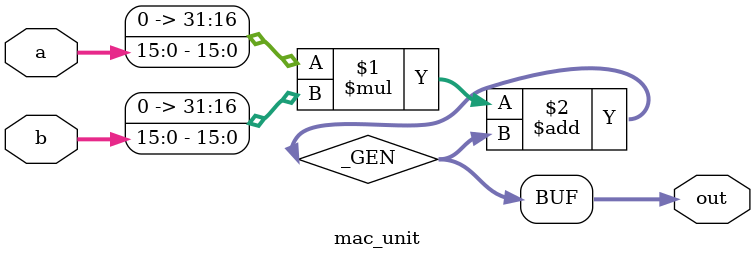
<source format=v>
module mac_unit(	// file.cleaned.mlir:2:3
  input  [15:0] a,	// file.cleaned.mlir:2:26
                b,	// file.cleaned.mlir:2:39
  output [31:0] out	// file.cleaned.mlir:2:53
);

  wire [31:0] _GEN;	// file.cleaned.mlir:7:10
  assign _GEN = {16'h0, a} * {16'h0, b} + _GEN;	// file.cleaned.mlir:3:15, :4:10, :5:10, :6:10, :7:10
  assign out = _GEN;	// file.cleaned.mlir:7:10, :8:5
endmodule


</source>
